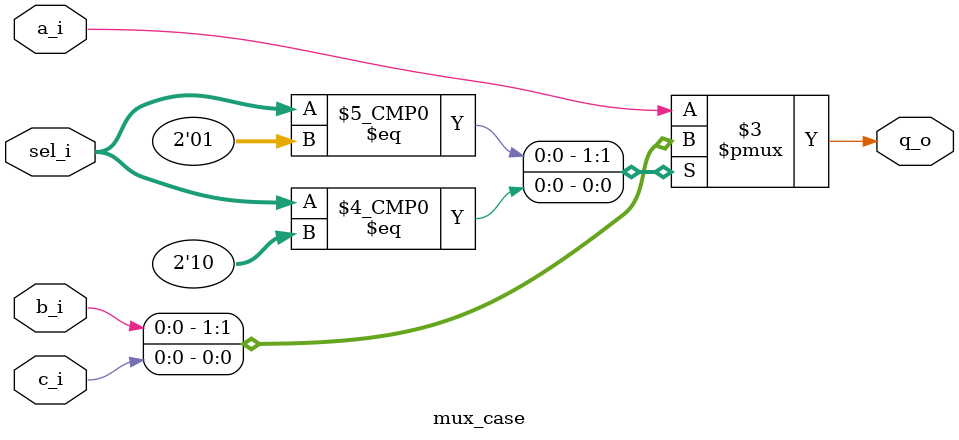
<source format=v>
module mux_case (a_i, b_i, c_i, sel_i, q_o );
  input a_i;
  input b_i;
  input c_i;
  input [1:0] sel_i;
  output q_o;
  
  reg q_o;
 
  always@(a_i or b_i or c_i or sel_i) begin
       case (sel_i)
          2'b00   : q_o = a_i;
          2'b01   : q_o = b_i;
          2'b10   : q_o = c_i;
          default : q_o = a_i;
       endcase
  end
endmodule 

</source>
